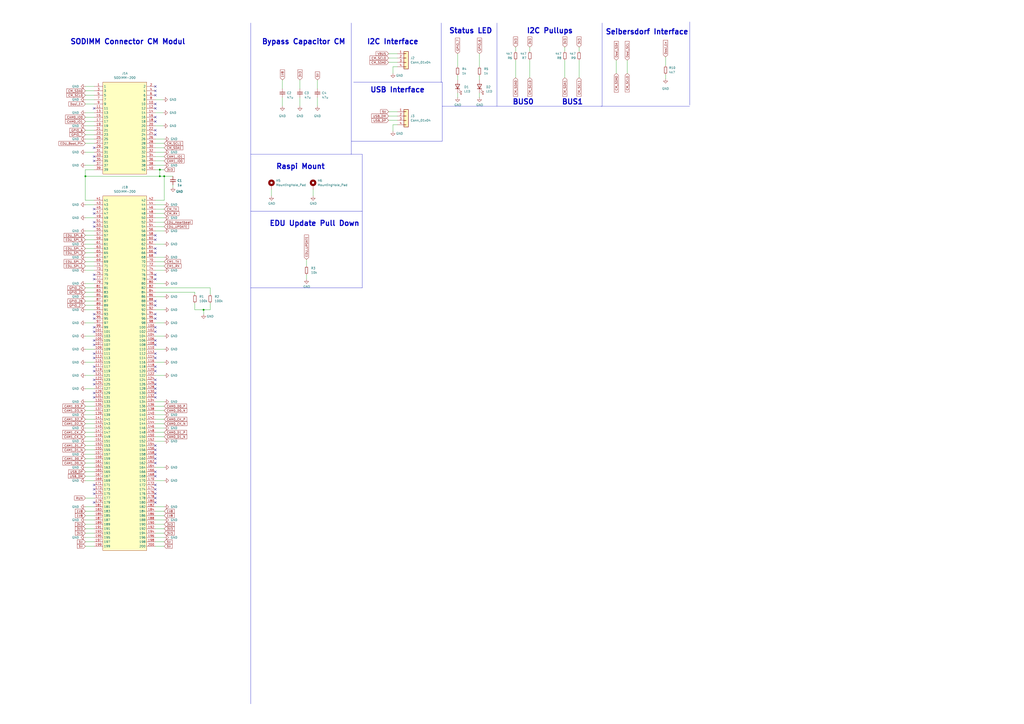
<source format=kicad_sch>
(kicad_sch (version 20230121) (generator eeschema)
  (paper "A2")
  (junction (at 95.25 102.235))
  (junction (at 118.11 179.705))
  (junction (at 92.71 102.235))
  (junction (at 49.53 102.235))
  (junction (at 92.71 98.425))
  (no_connect (at 90.17 263.525))
  (no_connect (at 90.17 174.625))
  (no_connect (at 54.61 123.825))
  (no_connect (at 90.17 258.445))
  (no_connect (at 90.17 70.485))
  (no_connect (at 90.17 266.065))
  (no_connect (at 90.17 260.985))
  (no_connect (at 90.17 192.405))
  (no_connect (at 90.17 52.705))
  (no_connect (at 54.61 205.105))
  (no_connect (at 90.17 207.645))
  (no_connect (at 90.17 159.385))
  (no_connect (at 90.17 281.305))
  (no_connect (at 90.17 184.785))
  (no_connect (at 90.17 60.325))
  (no_connect (at 90.17 230.505))
  (no_connect (at 54.61 212.725))
  (no_connect (at 54.61 197.485))
  (no_connect (at 90.17 50.165))
  (no_connect (at 54.61 184.785))
  (no_connect (at 54.61 200.025))
  (no_connect (at 90.17 75.565))
  (no_connect (at 90.17 189.865))
  (no_connect (at 90.17 283.845))
  (no_connect (at 90.17 200.025))
  (no_connect (at 90.17 227.965))
  (no_connect (at 90.17 212.725))
  (no_connect (at 90.17 67.945))
  (no_connect (at 54.61 182.245))
  (no_connect (at 90.17 288.925))
  (no_connect (at 90.17 286.385))
  (no_connect (at 90.17 215.265))
  (no_connect (at 54.61 62.865))
  (no_connect (at 90.17 136.525))
  (no_connect (at 54.61 93.345))
  (no_connect (at 90.17 220.345))
  (no_connect (at 90.17 222.885))
  (no_connect (at 90.17 225.425))
  (no_connect (at 90.17 197.485))
  (no_connect (at 90.17 146.685))
  (no_connect (at 54.61 161.925))
  (no_connect (at 90.17 182.245))
  (no_connect (at 90.17 276.225))
  (no_connect (at 90.17 144.145))
  (no_connect (at 90.17 268.605))
  (no_connect (at 54.61 230.505))
  (no_connect (at 54.61 85.725))
  (no_connect (at 54.61 128.905))
  (no_connect (at 90.17 139.065))
  (no_connect (at 54.61 90.805))
  (no_connect (at 90.17 291.465))
  (no_connect (at 54.61 281.305))
  (no_connect (at 90.17 205.105))
  (no_connect (at 54.61 159.385))
  (no_connect (at 54.61 227.965))
  (no_connect (at 54.61 121.285))
  (no_connect (at 90.17 78.105))
  (no_connect (at 90.17 177.165))
  (no_connect (at 54.61 131.445))
  (no_connect (at 90.17 273.685))
  (no_connect (at 54.61 283.845))
  (no_connect (at 54.61 286.385))
  (no_connect (at 90.17 55.245))
  (no_connect (at 54.61 189.865))
  (no_connect (at 54.61 215.265))
  (no_connect (at 54.61 220.345))
  (no_connect (at 54.61 207.645))
  (no_connect (at 90.17 161.925))
  (no_connect (at 54.61 222.885))
  (no_connect (at 54.61 192.405))
  (no_connect (at 54.61 291.465))
  (no_connect (at 90.17 62.865))
  (wire (pts (xy 49.53 50.165) (xy 54.61 50.165)))
  (wire (pts (xy 90.17 167.005) (xy 121.92 167.005)))
  (wire (pts (xy 113.03 179.705) (xy 118.11 179.705)))
  (wire (pts (xy 177.8 159.385) (xy 177.8 161.925)))
  (wire (pts (xy 90.17 118.745) (xy 95.25 118.745)))
  (wire (pts (xy 49.53 136.525) (xy 54.61 136.525)))
  (wire (pts (xy 49.53 243.205) (xy 54.61 243.205)))
  (wire (pts (xy 49.53 301.625) (xy 54.61 301.625)))
  (wire (pts (xy 225.425 33.655) (xy 230.505 33.655)))
  (wire (pts (xy 90.17 151.765) (xy 95.25 151.765)))
  (wire (pts (xy 90.17 202.565) (xy 95.25 202.565)))
  (wire (pts (xy 100.33 108.585) (xy 100.33 107.315)))
  (wire (pts (xy 90.17 248.285) (xy 95.25 248.285)))
  (wire (pts (xy 227.965 38.735) (xy 227.965 42.545)))
  (wire (pts (xy 265.43 43.815) (xy 265.43 46.355)))
  (wire (pts (xy 49.53 55.245) (xy 54.61 55.245)))
  (wire (pts (xy 265.43 31.115) (xy 265.43 38.735)))
  (wire (pts (xy 163.83 56.515) (xy 163.83 61.595)))
  (polyline (pts (xy 145.415 89.535) (xy 203.835 89.535)))
  (wire (pts (xy 90.17 296.545) (xy 95.25 296.545)))
  (wire (pts (xy 49.53 154.305) (xy 54.61 154.305)))
  (wire (pts (xy 90.17 210.185) (xy 95.25 210.185)))
  (wire (pts (xy 49.53 248.285) (xy 54.61 248.285)))
  (wire (pts (xy 49.53 118.745) (xy 54.61 118.745)))
  (polyline (pts (xy 210.185 89.535) (xy 210.185 167.005)))
  (wire (pts (xy 90.17 57.785) (xy 94.615 57.785)))
  (wire (pts (xy 225.425 64.77) (xy 230.505 64.77)))
  (wire (pts (xy 265.43 53.975) (xy 265.43 56.515)))
  (wire (pts (xy 327.66 29.845) (xy 327.66 27.305)))
  (wire (pts (xy 49.53 164.465) (xy 54.61 164.465)))
  (wire (pts (xy 49.53 238.125) (xy 54.61 238.125)))
  (wire (pts (xy 49.53 80.645) (xy 54.61 80.645)))
  (wire (pts (xy 49.53 245.745) (xy 54.61 245.745)))
  (wire (pts (xy 90.17 93.345) (xy 95.25 93.345)))
  (wire (pts (xy 49.53 126.365) (xy 54.61 126.365)))
  (wire (pts (xy 335.915 45.085) (xy 335.915 34.925)))
  (wire (pts (xy 49.53 311.785) (xy 54.61 311.785)))
  (wire (pts (xy 90.17 238.125) (xy 95.25 238.125)))
  (wire (pts (xy 49.53 187.325) (xy 54.61 187.325)))
  (wire (pts (xy 49.53 263.525) (xy 54.61 263.525)))
  (wire (pts (xy 90.17 73.025) (xy 94.615 73.025)))
  (wire (pts (xy 90.17 154.305) (xy 95.25 154.305)))
  (wire (pts (xy 177.8 150.495) (xy 177.8 154.305)))
  (wire (pts (xy 163.83 46.355) (xy 163.83 51.435)))
  (wire (pts (xy 49.53 78.105) (xy 54.61 78.105)))
  (wire (pts (xy 121.92 175.895) (xy 121.92 179.705)))
  (wire (pts (xy 49.53 146.685) (xy 54.61 146.685)))
  (wire (pts (xy 90.17 304.165) (xy 95.25 304.165)))
  (wire (pts (xy 90.17 98.425) (xy 92.71 98.425)))
  (wire (pts (xy 49.53 240.665) (xy 54.61 240.665)))
  (wire (pts (xy 49.53 225.425) (xy 54.61 225.425)))
  (wire (pts (xy 90.17 141.605) (xy 95.25 141.605)))
  (wire (pts (xy 90.17 217.805) (xy 95.25 217.805)))
  (wire (pts (xy 90.17 172.085) (xy 95.25 172.085)))
  (polyline (pts (xy 203.835 13.335) (xy 203.835 89.535)))
  (wire (pts (xy 90.17 255.905) (xy 95.25 255.905)))
  (wire (pts (xy 90.17 309.245) (xy 95.25 309.245)))
  (wire (pts (xy 113.03 169.545) (xy 113.03 170.815)))
  (wire (pts (xy 90.17 233.045) (xy 95.25 233.045)))
  (wire (pts (xy 90.17 314.325) (xy 95.25 314.325)))
  (wire (pts (xy 90.17 235.585) (xy 95.25 235.585)))
  (wire (pts (xy 307.34 29.845) (xy 307.34 27.305)))
  (wire (pts (xy 49.53 156.845) (xy 54.61 156.845)))
  (wire (pts (xy 173.99 46.355) (xy 173.99 51.435)))
  (polyline (pts (xy 256.54 81.915) (xy 203.835 81.915)))
  (polyline (pts (xy 203.835 89.535) (xy 210.185 89.535)))
  (wire (pts (xy 92.71 102.235) (xy 92.71 98.425)))
  (wire (pts (xy 100.33 102.235) (xy 95.25 102.235)))
  (wire (pts (xy 118.11 179.705) (xy 121.92 179.705)))
  (polyline (pts (xy 256.54 61.595) (xy 256.54 81.915)))
  (wire (pts (xy 90.17 169.545) (xy 113.03 169.545)))
  (wire (pts (xy 49.53 75.565) (xy 54.61 75.565)))
  (wire (pts (xy 49.53 306.705) (xy 54.61 306.705)))
  (wire (pts (xy 49.53 174.625) (xy 54.61 174.625)))
  (wire (pts (xy 49.53 260.985) (xy 54.61 260.985)))
  (wire (pts (xy 49.53 255.905) (xy 54.61 255.905)))
  (polyline (pts (xy 210.185 167.005) (xy 145.415 167.005)))
  (wire (pts (xy 49.53 172.085) (xy 54.61 172.085)))
  (wire (pts (xy 90.17 149.225) (xy 95.25 149.225)))
  (wire (pts (xy 49.53 167.005) (xy 54.61 167.005)))
  (wire (pts (xy 307.34 45.085) (xy 307.34 34.925)))
  (wire (pts (xy 49.53 273.685) (xy 54.61 273.685)))
  (wire (pts (xy 90.17 121.285) (xy 95.25 121.285)))
  (wire (pts (xy 90.17 126.365) (xy 95.25 126.365)))
  (wire (pts (xy 49.53 179.705) (xy 54.61 179.705)))
  (wire (pts (xy 49.53 235.585) (xy 54.61 235.585)))
  (polyline (pts (xy 145.415 122.555) (xy 210.185 122.555)))
  (wire (pts (xy 386.08 43.18) (xy 386.08 45.72)))
  (wire (pts (xy 95.25 102.235) (xy 95.25 116.205)))
  (wire (pts (xy 49.53 73.025) (xy 54.61 73.025)))
  (wire (pts (xy 49.53 139.065) (xy 54.61 139.065)))
  (wire (pts (xy 227.965 72.39) (xy 227.965 76.2)))
  (polyline (pts (xy 256.54 61.595) (xy 256.54 47.625)))
  (wire (pts (xy 118.11 179.705) (xy 118.11 182.245)))
  (wire (pts (xy 363.855 42.545) (xy 363.855 34.925)))
  (wire (pts (xy 49.53 309.245) (xy 54.61 309.245)))
  (wire (pts (xy 49.53 60.325) (xy 54.61 60.325)))
  (wire (pts (xy 278.13 31.115) (xy 278.13 38.735)))
  (wire (pts (xy 92.71 98.425) (xy 95.25 98.425)))
  (wire (pts (xy 278.13 53.975) (xy 278.13 56.515)))
  (polyline (pts (xy 400.05 12.7) (xy 400.05 60.96)))
  (wire (pts (xy 90.17 294.005) (xy 95.25 294.005)))
  (wire (pts (xy 49.53 169.545) (xy 54.61 169.545)))
  (wire (pts (xy 49.53 151.765) (xy 54.61 151.765)))
  (polyline (pts (xy 348.615 61.595) (xy 400.05 61.595)))
  (wire (pts (xy 49.53 258.445) (xy 54.61 258.445)))
  (wire (pts (xy 90.17 80.645) (xy 95.25 80.645)))
  (wire (pts (xy 225.425 36.195) (xy 230.505 36.195)))
  (wire (pts (xy 49.53 102.235) (xy 92.71 102.235)))
  (wire (pts (xy 278.13 43.815) (xy 278.13 46.355)))
  (wire (pts (xy 90.17 299.085) (xy 95.25 299.085)))
  (wire (pts (xy 49.53 98.425) (xy 54.61 98.425)))
  (wire (pts (xy 90.17 278.765) (xy 95.25 278.765)))
  (wire (pts (xy 230.505 72.39) (xy 227.965 72.39)))
  (wire (pts (xy 357.505 42.545) (xy 357.505 34.925)))
  (wire (pts (xy 49.53 268.605) (xy 54.61 268.605)))
  (wire (pts (xy 49.53 304.165) (xy 54.61 304.165)))
  (wire (pts (xy 327.66 45.085) (xy 327.66 34.925)))
  (wire (pts (xy 95.25 85.725) (xy 90.17 85.725)))
  (wire (pts (xy 49.53 83.185) (xy 54.61 83.185)))
  (wire (pts (xy 49.53 98.425) (xy 49.53 102.235)))
  (wire (pts (xy 49.53 67.945) (xy 54.61 67.945)))
  (wire (pts (xy 49.53 57.785) (xy 54.61 57.785)))
  (wire (pts (xy 225.425 67.31) (xy 230.505 67.31)))
  (polyline (pts (xy 205.105 47.625) (xy 255.905 47.625)))
  (wire (pts (xy 335.915 29.845) (xy 335.915 27.305)))
  (wire (pts (xy 90.17 187.325) (xy 95.25 187.325)))
  (wire (pts (xy 49.53 278.765) (xy 54.61 278.765)))
  (polyline (pts (xy 288.29 61.595) (xy 349.25 61.595)))
  (wire (pts (xy 49.53 149.225) (xy 54.61 149.225)))
  (wire (pts (xy 90.17 179.705) (xy 95.25 179.705)))
  (polyline (pts (xy 288.29 13.335) (xy 288.29 61.595)))
  (wire (pts (xy 184.15 46.355) (xy 184.15 51.435)))
  (wire (pts (xy 90.17 128.905) (xy 95.25 128.905)))
  (wire (pts (xy 90.17 240.665) (xy 95.25 240.665)))
  (wire (pts (xy 173.99 56.515) (xy 173.99 61.595)))
  (wire (pts (xy 90.17 194.945) (xy 95.25 194.945)))
  (wire (pts (xy 49.53 253.365) (xy 54.61 253.365)))
  (wire (pts (xy 49.53 133.985) (xy 54.61 133.985)))
  (wire (pts (xy 49.53 294.005) (xy 54.61 294.005)))
  (wire (pts (xy 49.53 210.185) (xy 54.61 210.185)))
  (wire (pts (xy 49.53 52.705) (xy 54.61 52.705)))
  (wire (pts (xy 49.53 276.225) (xy 54.61 276.225)))
  (wire (pts (xy 90.17 123.825) (xy 95.25 123.825)))
  (polyline (pts (xy 145.415 13.335) (xy 145.415 408.305)))
  (wire (pts (xy 49.53 194.945) (xy 54.61 194.945)))
  (wire (pts (xy 49.53 70.485) (xy 54.61 70.485)))
  (wire (pts (xy 49.53 250.825) (xy 54.61 250.825)))
  (wire (pts (xy 113.03 175.895) (xy 113.03 179.705)))
  (wire (pts (xy 95.25 83.185) (xy 90.17 83.185)))
  (wire (pts (xy 49.53 88.265) (xy 54.61 88.265)))
  (wire (pts (xy 49.53 271.145) (xy 54.61 271.145)))
  (wire (pts (xy 90.17 271.145) (xy 95.25 271.145)))
  (wire (pts (xy 49.53 288.925) (xy 54.61 288.925)))
  (wire (pts (xy 49.53 177.165) (xy 54.61 177.165)))
  (wire (pts (xy 49.53 217.805) (xy 54.61 217.805)))
  (wire (pts (xy 181.61 113.665) (xy 181.61 109.855)))
  (wire (pts (xy 90.17 156.845) (xy 95.25 156.845)))
  (wire (pts (xy 49.53 102.235) (xy 49.53 116.205)))
  (wire (pts (xy 90.17 90.805) (xy 95.25 90.805)))
  (wire (pts (xy 184.15 56.515) (xy 184.15 61.595)))
  (wire (pts (xy 121.92 167.005) (xy 121.92 170.815)))
  (wire (pts (xy 90.17 116.205) (xy 95.25 116.205)))
  (wire (pts (xy 49.53 202.565) (xy 54.61 202.565)))
  (wire (pts (xy 386.08 33.02) (xy 386.08 38.1)))
  (wire (pts (xy 90.17 131.445) (xy 95.25 131.445)))
  (wire (pts (xy 225.425 69.85) (xy 230.505 69.85)))
  (wire (pts (xy 90.17 164.465) (xy 95.25 164.465)))
  (wire (pts (xy 90.17 245.745) (xy 95.25 245.745)))
  (wire (pts (xy 49.53 95.885) (xy 54.61 95.885)))
  (wire (pts (xy 49.53 233.045) (xy 54.61 233.045)))
  (wire (pts (xy 90.17 306.705) (xy 95.25 306.705)))
  (wire (pts (xy 49.53 141.605) (xy 54.61 141.605)))
  (wire (pts (xy 95.25 102.235) (xy 92.71 102.235)))
  (wire (pts (xy 157.48 113.665) (xy 157.48 109.855)))
  (wire (pts (xy 90.17 88.265) (xy 95.25 88.265)))
  (polyline (pts (xy 256.54 47.625) (xy 255.905 47.625)))
  (wire (pts (xy 299.085 29.845) (xy 299.085 27.305)))
  (wire (pts (xy 225.425 31.115) (xy 230.505 31.115)))
  (polyline (pts (xy 256.54 61.595) (xy 288.29 61.595)))
  (wire (pts (xy 90.17 65.405) (xy 94.615 65.405)))
  (wire (pts (xy 49.53 316.865) (xy 54.61 316.865)))
  (wire (pts (xy 299.085 45.085) (xy 299.085 34.925)))
  (wire (pts (xy 90.17 243.205) (xy 95.25 243.205)))
  (wire (pts (xy 90.17 311.785) (xy 95.25 311.785)))
  (wire (pts (xy 90.17 250.825) (xy 95.25 250.825)))
  (wire (pts (xy 49.53 116.205) (xy 54.61 116.205)))
  (wire (pts (xy 49.53 266.065) (xy 54.61 266.065)))
  (wire (pts (xy 49.53 296.545) (xy 54.61 296.545)))
  (wire (pts (xy 90.17 253.365) (xy 95.25 253.365)))
  (wire (pts (xy 90.17 133.985) (xy 95.25 133.985)))
  (wire (pts (xy 49.53 65.405) (xy 54.61 65.405)))
  (wire (pts (xy 90.17 95.885) (xy 95.25 95.885)))
  (wire (pts (xy 90.17 301.625) (xy 95.25 301.625)))
  (wire (pts (xy 90.17 316.865) (xy 95.25 316.865)))
  (wire (pts (xy 230.505 38.735) (xy 227.965 38.735)))
  (wire (pts (xy 49.53 144.145) (xy 54.61 144.145)))
  (polyline (pts (xy 349.25 13.335) (xy 349.25 61.595)))
  (polyline (pts (xy 255.905 47.625) (xy 255.905 13.335)))
  (wire (pts (xy 49.53 299.085) (xy 54.61 299.085)))
  (wire (pts (xy 49.53 314.325) (xy 54.61 314.325)))
  (text "SODIMM Connector CM Modul\n" (at 40.64 26.035 0) (effects (font (size 3 3) (thickness 0.6) bold) (justify left bottom)))
  (text "EDU Update Pull Down" (at 156.21 131.445 0) (effects (font (size 3 3) (thickness 0.6) bold) (justify left bottom)))
  (text "Seibersdorf Interface" (at 351.155 20.32 0) (effects (font (size 3 3) (thickness 0.6) bold) (justify left bottom)))
  (text "BUS0" (at 297.18 60.96 0) (effects (font (size 3 3) (thickness 0.6) bold) (justify left bottom)))
  (text "Status LED" (at 260.35 19.685 0) (effects (font (size 3 3) (thickness 0.6) bold) (justify left bottom)))
  (text "USB Interface\n" (at 214.63 53.975 0) (effects (font (size 3 3) (thickness 0.6) bold) (justify left bottom)))
  (text "Raspi Mount" (at 160.02 98.425 0) (effects (font (size 3 3) (thickness 0.6) bold) (justify left bottom)))
  (text "BUS1" (at 325.755 60.96 0) (effects (font (size 3 3) (thickness 0.6) bold) (justify left bottom)))
  (text "I2C Pullups" (at 305.435 19.685 0) (effects (font (size 3 3) (thickness 0.6) bold) (justify left bottom)))
  (text "Bypass Capacitor CM" (at 151.765 26.035 0) (effects (font (size 3 3) (thickness 0.6) bold) (justify left bottom)))
  (text "I2C Interface\n" (at 212.725 26.035 0) (effects (font (size 3 3) (thickness 0.6) bold) (justify left bottom)))
  (global_label "EDU_SPI_4" (shape input) (at 49.53 144.145 180) (property "Intersheetrefs" "${INTERSHEET_REFS}" (effects hide)))
  (global_label "1V8" (shape input) (at 163.83 46.355 90) (property "Intersheetrefs" "${INTERSHEET_REFS}" (effects hide)))
  (global_label "CM1_RX" (shape input) (at 95.25 154.305 0) (property "Intersheetrefs" "${INTERSHEET_REFS}" (effects hide)))
  (global_label "EDU_UPDATE" (shape input) (at 177.8 150.495 90) (property "Intersheetrefs" "${INTERSHEET_REFS}" (effects hide)))
  (global_label "CM_SDA1" (shape input) (at 95.25 85.725 0) (property "Intersheetrefs" "${INTERSHEET_REFS}" (effects hide)))
  (global_label "5V" (shape input) (at 49.53 314.325 180) (property "Intersheetrefs" "${INTERSHEET_REFS}" (effects hide)))
  (global_label "1V8" (shape input) (at 49.53 299.085 180) (property "Intersheetrefs" "${INTERSHEET_REFS}" (effects hide)))
  (global_label "EDU_Boot_Pin" (shape input) (at 49.53 83.185 180) (property "Intersheetrefs" "${INTERSHEET_REFS}" (effects hide)))
  (global_label "1V8" (shape input) (at 95.25 299.085 0) (property "Intersheetrefs" "${INTERSHEET_REFS}" (effects hide)))
  (global_label "Dosi_SCL" (shape input) (at 363.855 34.925 90) (property "Intersheetrefs" "${INTERSHEET_REFS}" (effects hide)))
  (global_label "CAM1_D0_P" (shape input) (at 49.53 266.065 180) (property "Intersheetrefs" "${INTERSHEET_REFS}" (effects hide)))
  (global_label "CAM1_D1_N" (shape input) (at 49.53 260.985 180) (property "Intersheetrefs" "${INTERSHEET_REFS}" (effects hide)))
  (global_label "GPIO_6" (shape input) (at 278.13 31.115 90) (property "Intersheetrefs" "${INTERSHEET_REFS}" (effects hide)))
  (global_label "CAM1_CK_P" (shape input) (at 49.53 250.825 180) (property "Intersheetrefs" "${INTERSHEET_REFS}" (effects hide)))
  (global_label "5V" (shape input) (at 225.425 64.77 180) (property "Intersheetrefs" "${INTERSHEET_REFS}" (effects hide)))
  (global_label "CM_SDA0" (shape input) (at 49.53 52.705 180) (property "Intersheetrefs" "${INTERSHEET_REFS}" (effects hide)))
  (global_label "CAM0_D0_P" (shape input) (at 95.25 235.585 0) (property "Intersheetrefs" "${INTERSHEET_REFS}" (effects hide)))
  (global_label "CAM1_D3_N" (shape input) (at 49.53 238.125 180) (property "Intersheetrefs" "${INTERSHEET_REFS}" (effects hide)))
  (global_label "3V3" (shape input) (at 49.53 304.165 180) (property "Intersheetrefs" "${INTERSHEET_REFS}" (effects hide)))
  (global_label "CM_SCL0" (shape input) (at 363.855 42.545 270) (property "Intersheetrefs" "${INTERSHEET_REFS}" (effects hide)))
  (global_label "Dosi_SDA" (shape input) (at 357.505 34.925 90) (property "Intersheetrefs" "${INTERSHEET_REFS}" (effects hide)))
  (global_label "1V8" (shape input) (at 95.25 296.545 0) (property "Intersheetrefs" "${INTERSHEET_REFS}" (effects hide)))
  (global_label "CM1_TX" (shape input) (at 95.25 151.765 0) (property "Intersheetrefs" "${INTERSHEET_REFS}" (effects hide)))
  (global_label "EDU_SPI_6" (shape input) (at 49.53 136.525 180) (property "Intersheetrefs" "${INTERSHEET_REFS}" (effects hide)))
  (global_label "GPIO_25" (shape input) (at 49.53 169.545 180) (property "Intersheetrefs" "${INTERSHEET_REFS}" (effects hide)))
  (global_label "3V3" (shape input) (at 95.25 309.245 0) (property "Intersheetrefs" "${INTERSHEET_REFS}" (effects hide)))
  (global_label "GPIO_24" (shape input) (at 49.53 167.005 180) (property "Intersheetrefs" "${INTERSHEET_REFS}" (effects hide)))
  (global_label "CM_SCL0" (shape input) (at 49.53 55.245 180) (property "Intersheetrefs" "${INTERSHEET_REFS}" (effects hide)))
  (global_label "CM_SDA0" (shape input) (at 357.505 42.545 270) (property "Intersheetrefs" "${INTERSHEET_REFS}" (effects hide)))
  (global_label "USB_DP" (shape input) (at 225.425 69.85 180) (property "Intersheetrefs" "${INTERSHEET_REFS}" (effects hide)))
  (global_label "CAM0_IO0" (shape input) (at 49.53 67.945 180) (property "Intersheetrefs" "${INTERSHEET_REFS}" (effects hide)))
  (global_label "CM_SCL0" (shape input) (at 307.34 45.085 270) (property "Intersheetrefs" "${INTERSHEET_REFS}" (effects hide)))
  (global_label "USB_DM" (shape input) (at 225.425 67.31 180) (property "Intersheetrefs" "${INTERSHEET_REFS}" (effects hide)))
  (global_label "5V" (shape input) (at 95.25 316.865 0) (property "Intersheetrefs" "${INTERSHEET_REFS}" (effects hide)))
  (global_label "GPIO_7" (shape input) (at 265.43 31.115 90) (property "Intersheetrefs" "${INTERSHEET_REFS}" (effects hide)))
  (global_label "CAM0_IO1" (shape input) (at 49.53 70.485 180) (property "Intersheetrefs" "${INTERSHEET_REFS}" (effects hide)))
  (global_label "GPIO_6" (shape input) (at 49.53 75.565 180) (property "Intersheetrefs" "${INTERSHEET_REFS}" (effects hide)))
  (global_label "USB_DP" (shape input) (at 49.53 273.685 180) (property "Intersheetrefs" "${INTERSHEET_REFS}" (effects hide)))
  (global_label "CAM0_D1_N" (shape input) (at 95.25 253.365 0) (property "Intersheetrefs" "${INTERSHEET_REFS}" (effects hide)))
  (global_label "EDU_Heartbeat" (shape input) (at 95.25 128.905 0) (property "Intersheetrefs" "${INTERSHEET_REFS}" (effects hide)))
  (global_label "5V" (shape input) (at 49.53 316.865 180) (property "Intersheetrefs" "${INTERSHEET_REFS}" (effects hide)))
  (global_label "3V3" (shape input) (at 49.53 309.245 180) (property "Intersheetrefs" "${INTERSHEET_REFS}" (effects hide)))
  (global_label "3V3" (shape input) (at 307.34 27.305 90) (property "Intersheetrefs" "${INTERSHEET_REFS}" (effects hide)))
  (global_label "CAM1_D1_P" (shape input) (at 49.53 258.445 180) (property "Intersheetrefs" "${INTERSHEET_REFS}" (effects hide)))
  (global_label "EDU_UPDATE" (shape input) (at 95.25 131.445 0) (property "Intersheetrefs" "${INTERSHEET_REFS}" (effects hide)))
  (global_label "Dosi_En" (shape input) (at 49.53 60.325 180) (property "Intersheetrefs" "${INTERSHEET_REFS}" (effects hide)))
  (global_label "CAM1_D2_P" (shape input) (at 49.53 243.205 180) (property "Intersheetrefs" "${INTERSHEET_REFS}" (effects hide)))
  (global_label "CAM1_CK_N" (shape input) (at 49.53 253.365 180) (property "Intersheetrefs" "${INTERSHEET_REFS}" (effects hide)))
  (global_label "CM_SDA0" (shape input) (at 225.425 36.195 180) (property "Intersheetrefs" "${INTERSHEET_REFS}" (effects hide)))
  (global_label "5V" (shape input) (at 95.25 314.325 0) (property "Intersheetrefs" "${INTERSHEET_REFS}" (effects hide)))
  (global_label "CAM1_D3_P" (shape input) (at 49.53 235.585 180) (property "Intersheetrefs" "${INTERSHEET_REFS}" (effects hide)))
  (global_label "RUN" (shape input) (at 49.53 288.925 180) (property "Intersheetrefs" "${INTERSHEET_REFS}" (effects hide)))
  (global_label "EDU_SPI_5" (shape input) (at 49.53 139.065 180) (property "Intersheetrefs" "${INTERSHEET_REFS}" (effects hide)))
  (global_label "CM_TX" (shape input) (at 95.25 121.285 0) (property "Intersheetrefs" "${INTERSHEET_REFS}" (effects hide)))
  (global_label "CM_SCL1" (shape input) (at 335.915 45.085 270) (property "Intersheetrefs" "${INTERSHEET_REFS}" (effects hide)))
  (global_label "CM_SCL0" (shape input) (at 225.425 33.655 180) (property "Intersheetrefs" "${INTERSHEET_REFS}" (effects hide)))
  (global_label "USB_DM" (shape input) (at 49.53 276.225 180) (property "Intersheetrefs" "${INTERSHEET_REFS}" (effects hide)))
  (global_label "3V3" (shape input) (at 299.085 27.305 90) (property "Intersheetrefs" "${INTERSHEET_REFS}" (effects hide)))
  (global_label "3V3" (shape input) (at 335.915 27.305 90) (property "Intersheetrefs" "${INTERSHEET_REFS}" (effects hide)))
  (global_label "CAM0_CK_P" (shape input) (at 95.25 243.205 0) (property "Intersheetrefs" "${INTERSHEET_REFS}" (effects hide)))
  (global_label "GPIO_7" (shape input) (at 49.53 78.105 180) (property "Intersheetrefs" "${INTERSHEET_REFS}" (effects hide)))
  (global_label "EDU_SPI_3" (shape input) (at 49.53 146.685 180) (property "Intersheetrefs" "${INTERSHEET_REFS}" (effects hide)))
  (global_label "5V" (shape input) (at 184.15 46.355 90) (property "Intersheetrefs" "${INTERSHEET_REFS}" (effects hide)))
  (global_label "VBUS" (shape input) (at 225.425 31.115 180) (property "Intersheetrefs" "${INTERSHEET_REFS}" (effects hide)))
  (global_label "3V3" (shape input) (at 327.66 27.305 90) (property "Intersheetrefs" "${INTERSHEET_REFS}" (effects hide)))
  (global_label "3V3" (shape input) (at 49.53 306.705 180) (property "Intersheetrefs" "${INTERSHEET_REFS}" (effects hide)))
  (global_label "CAM1_D2_N" (shape input) (at 49.53 245.745 180) (property "Intersheetrefs" "${INTERSHEET_REFS}" (effects hide)))
  (global_label "CM_SDA0" (shape input) (at 299.085 45.085 270) (property "Intersheetrefs" "${INTERSHEET_REFS}" (effects hide)))
  (global_label "CM_RX" (shape input) (at 95.25 123.825 0) (property "Intersheetrefs" "${INTERSHEET_REFS}" (effects hide)))
  (global_label "CAM1_IO1" (shape input) (at 95.25 90.805 0) (property "Intersheetrefs" "${INTERSHEET_REFS}" (effects hide)))
  (global_label "CAM0_CK_N" (shape input) (at 95.25 245.745 0) (property "Intersheetrefs" "${INTERSHEET_REFS}" (effects hide)))
  (global_label "3V3" (shape input) (at 173.99 46.355 90) (property "Intersheetrefs" "${INTERSHEET_REFS}" (effects hide)))
  (global_label "CAM0_D0_N" (shape input) (at 95.25 238.125 0) (property "Intersheetrefs" "${INTERSHEET_REFS}" (effects hide)))
  (global_label "CM_SDA1" (shape input) (at 327.66 45.085 270) (property "Intersheetrefs" "${INTERSHEET_REFS}" (effects hide)))
  (global_label "3V3" (shape input) (at 95.25 306.705 0) (property "Intersheetrefs" "${INTERSHEET_REFS}" (effects hide)))
  (global_label "3V3" (shape input) (at 95.25 304.165 0) (property "Intersheetrefs" "${INTERSHEET_REFS}" (effects hide)))
  (global_label "CAM0_D1_P" (shape input) (at 95.25 250.825 0) (property "Intersheetrefs" "${INTERSHEET_REFS}" (effects hide)))
  (global_label "CM_SCL1" (shape input) (at 95.25 83.185 0) (property "Intersheetrefs" "${INTERSHEET_REFS}" (effects hide)))
  (global_label "3V3" (shape input) (at 95.25 98.425 0) (property "Intersheetrefs" "${INTERSHEET_REFS}" (effects hide)))
  (global_label "EDU_SPI_2" (shape input) (at 49.53 151.765 180) (property "Intersheetrefs" "${INTERSHEET_REFS}" (effects hide)))
  (global_label "Dosi_En" (shape input) (at 386.08 33.02 90) (property "Intersheetrefs" "${INTERSHEET_REFS}" (effects hide)))
  (global_label "CAM1_IO0" (shape input) (at 95.25 93.345 0) (property "Intersheetrefs" "${INTERSHEET_REFS}" (effects hide)))
  (global_label "GPIO_26" (shape input) (at 49.53 174.625 180) (property "Intersheetrefs" "${INTERSHEET_REFS}" (effects hide)))
  (global_label "CAM1_D0_N" (shape input) (at 49.53 268.605 180) (property "Intersheetrefs" "${INTERSHEET_REFS}" (effects hide)))
  (global_label "EDU_SPI_1" (shape input) (at 49.53 154.305 180) (property "Intersheetrefs" "${INTERSHEET_REFS}" (effects hide)))
  (global_label "1V8" (shape input) (at 49.53 296.545 180) (property "Intersheetrefs" "${INTERSHEET_REFS}" (effects hide)))
  (global_label "GPIO_27" (shape input) (at 49.53 177.165 180) (property "Intersheetrefs" "${INTERSHEET_REFS}" (effects hide)))
  (symbol (lib_id "STS1_EDU-rescue:GND-power-STS1_template-rescue") (at 94.615 73.025 90) (unit 1)
    (property "Reference" "#PWR0163" (effects hide))
    (property "Value" "GND" (at 100.33 73.025 90))
  )
  (symbol (lib_id "STS1_EDU-rescue:GND-power-STS1_template-rescue") (at 95.25 141.605 90) (unit 1)
    (property "Reference" "#PWR0180" (effects hide))
    (property "Value" "GND" (at 100.965 141.605 90))
  )
  (symbol (lib_id "STS1_EDU-rescue:GND-power-STS1_template-rescue") (at 49.53 255.905 270) (unit 1)
    (property "Reference" "#PWR0127" (effects hide))
    (property "Value" "GND" (at 43.815 255.905 90))
  )
  (symbol (lib_id "STS1_EDU-rescue:GND-power-STS1_template-rescue") (at 49.53 65.405 270) (unit 1)
    (property "Reference" "#PWR0171" (effects hide))
    (property "Value" "GND" (at 43.815 65.405 90))
  )
  (symbol (lib_id "Connector:SODIMM-200") (at 72.39 73.025 0) (unit 1)
    (property "Reference" "J1" (at 72.39 42.545 0))
    (property "Value" "SODIMM-200" (at 72.39 45.085 0))
    (property "Footprint" "1717254-4:17172544" (effects hide))
  )
  (symbol (lib_id "STS1_EDU-rescue:GND-power-STS1_template-rescue") (at 95.25 278.765 90) (unit 1)
    (property "Reference" "#PWR0145" (effects hide))
    (property "Value" "GND" (at 100.965 278.765 90))
  )
  (symbol (lib_id "Device:LED") (at 278.13 50.165 90) (unit 1)
    (property "Reference" "D2" (at 281.94 50.4824 90) (effects (justify right)))
    (property "Value" "LED" (at 281.94 53.0224 90) (effects (justify right)))
    (property "Footprint" "LED_SMD:LED_0603_1608Metric_Pad1.05x0.95mm_HandSolder" (effects hide))
  )
  (symbol (lib_id "STS1_EDU-rescue:GND-power-STS1_template-rescue") (at 49.53 149.225 270) (unit 1)
    (property "Reference" "#PWR0189" (effects hide))
    (property "Value" "GND" (at 43.815 149.225 90))
  )
  (symbol (lib_id "STS1_EDU-rescue:GND-power-STS1_template-rescue") (at 49.53 263.525 270) (unit 1)
    (property "Reference" "#PWR0134" (effects hide))
    (property "Value" "GND" (at 43.815 263.525 90))
  )
  (symbol (lib_id "Connector_Generic:Conn_01x04") (at 235.585 33.655 0) (unit 1)
    (property "Reference" "J2" (at 238.125 33.6549 0) (effects (justify left)))
    (property "Value" "Conn_01x04" (at 238.125 36.1949 0) (effects (justify left)))
    (property "Footprint" "Connector_PinHeader_2.54mm:PinHeader_1x04_P2.54mm_Vertical" (effects hide))
  )
  (symbol (lib_id "STS1_EDU-rescue:GND-power-STS1_template-rescue") (at 49.53 179.705 270) (unit 1)
    (property "Reference" "#PWR0123" (effects hide))
    (property "Value" "GND" (at 43.815 179.705 90))
  )
  (symbol (lib_id "STS1_EDU-rescue:GND-power-STS1_template-rescue") (at 95.25 118.745 90) (unit 1)
    (property "Reference" "#PWR0152" (effects hide))
    (property "Value" "GND" (at 100.965 118.745 90))
  )
  (symbol (lib_id "STS1_EDU-rescue:GND-power-STS1_template-rescue") (at 49.53 88.265 270) (unit 1)
    (property "Reference" "#PWR0173" (effects hide))
    (property "Value" "GND" (at 43.815 88.265 90))
  )
  (symbol (lib_id "STS1_EDU-rescue:GND-power-STS1_template-rescue") (at 49.53 271.145 270) (unit 1)
    (property "Reference" "#PWR0135" (effects hide))
    (property "Value" "GND" (at 43.815 271.145 90))
  )
  (symbol (lib_id "STS1_EDU-rescue:GND-power-STS1_template-rescue") (at 49.53 210.185 270) (unit 1)
    (property "Reference" "#PWR0131" (effects hide))
    (property "Value" "GND" (at 43.815 210.185 90))
  )
  (symbol (lib_id "STS1_EDU-rescue:GND-power-STS1_template-rescue") (at 95.25 255.905 90) (unit 1)
    (property "Reference" "#PWR0139" (effects hide))
    (property "Value" "GND" (at 100.965 255.905 90))
  )
  (symbol (lib_id "Device:R_Small") (at 335.915 32.385 180) (unit 1)
    (property "Reference" "R9" (at 334.01 33.6551 0) (effects (justify left)))
    (property "Value" "4k7" (at 334.01 31.1151 0) (effects (justify left)))
    (property "Footprint" "Resistor_SMD:R_0603_1608Metric_Pad0.98x0.95mm_HandSolder" (effects hide))
  )
  (symbol (lib_id "STS1_EDU-rescue:GND-power-STS1_template-rescue") (at 95.25 210.185 90) (unit 1)
    (property "Reference" "#PWR0151" (effects hide))
    (property "Value" "GND" (at 100.965 210.185 90))
  )
  (symbol (lib_id "STS1_EDU-rescue:GND-power-STS1_template-rescue") (at 94.615 65.405 90) (unit 1)
    (property "Reference" "#PWR0164" (effects hide))
    (property "Value" "GND" (at 100.33 65.405 90))
  )
  (symbol (lib_id "STS1_EDU-rescue:GND-power-STS1_template-rescue") (at 49.53 57.785 270) (unit 1)
    (property "Reference" "#PWR0169" (effects hide))
    (property "Value" "GND" (at 43.815 57.785 90))
  )
  (symbol (lib_id "Mechanical:MountingHole_Pad") (at 157.48 107.315 0) (unit 1)
    (property "Reference" "H5" (at 160.02 104.7749 0) (effects (justify left)))
    (property "Value" "MountingHole_Pad" (at 160.02 107.3149 0) (effects (justify left)))
    (property "Footprint" "MountingHole:MountingHole_2.2mm_M2_Pad_Via" (effects hide))
  )
  (symbol (lib_id "STS1_EDU-rescue:GND-power-STS1_template-rescue") (at 95.25 233.045 90) (unit 1)
    (property "Reference" "#PWR0149" (effects hide))
    (property "Value" "GND" (at 100.965 233.045 90))
  )
  (symbol (lib_id "STS1_EDU-rescue:GND-power-STS1_template-rescue") (at 49.53 141.605 270) (unit 1)
    (property "Reference" "#PWR0190" (effects hide))
    (property "Value" "GND" (at 43.815 141.605 90))
  )
  (symbol (lib_id "STS1_EDU-rescue:GND-power-STS1_template-rescue") (at 118.11 182.245 0) (unit 1)
    (property "Reference" "#PWR0150" (effects hide))
    (property "Value" "GND" (at 121.92 183.515 0))
  )
  (symbol (lib_id "STS1_EDU-rescue:GND-power-STS1_template-rescue") (at 184.15 61.595 0) (unit 1)
    (property "Reference" "#PWR0160" (effects hide))
    (property "Value" "GND" (at 184.15 67.31 0))
  )
  (symbol (lib_id "Mechanical:MountingHole_Pad") (at 181.61 107.315 0) (unit 1)
    (property "Reference" "H6" (at 184.15 104.7749 0) (effects (justify left)))
    (property "Value" "MountingHole_Pad" (at 184.15 107.3149 0) (effects (justify left)))
    (property "Footprint" "MountingHole:MountingHole_2.2mm_M2_Pad_Via" (effects hide))
  )
  (symbol (lib_id "STS1_EDU-rescue:GND-power-STS1_template-rescue") (at 177.8 161.925 0) (unit 1)
    (property "Reference" "#PWR0179" (effects hide))
    (property "Value" "~" (at 177.927 166.3192 0))
  )
  (symbol (lib_id "STS1_EDU-rescue:GND-power-STS1_template-rescue") (at 49.53 294.005 270) (unit 1)
    (property "Reference" "#PWR0136" (effects hide))
    (property "Value" "GND" (at 43.815 294.005 90))
  )
  (symbol (lib_id "STS1_EDU-rescue:GND-power-STS1_template-rescue") (at 95.25 95.885 90) (unit 1)
    (property "Reference" "#PWR0166" (effects hide))
    (property "Value" "GND" (at 100.965 95.885 90))
  )
  (symbol (lib_id "STS1_EDU-rescue:GND-power-STS1_template-rescue") (at 157.48 113.665 0) (unit 1)
    (property "Reference" "#PWR0154" (effects hide))
    (property "Value" "GND" (at 157.607 118.0592 0))
  )
  (symbol (lib_id "Device:R_Small") (at 265.43 41.275 0) (unit 1)
    (property "Reference" "R4" (at 267.97 40.0049 0) (effects (justify left)))
    (property "Value" "1k" (at 267.97 42.5449 0) (effects (justify left)))
    (property "Footprint" "Resistor_SMD:R_0603_1608Metric_Pad0.98x0.95mm_HandSolder" (effects hide))
  )
  (symbol (lib_id "STS1_EDU-rescue:GND-power-STS1_template-rescue") (at 49.53 156.845 270) (unit 1)
    (property "Reference" "#PWR0187" (effects hide))
    (property "Value" "GND" (at 43.815 156.845 90))
  )
  (symbol (lib_id "STS1_EDU-rescue:GND-power-STS1_template-rescue") (at 95.25 149.225 90) (unit 1)
    (property "Reference" "#PWR0188" (effects hide))
    (property "Value" "GND" (at 100.965 149.225 90))
  )
  (symbol (lib_id "STS1_EDU-rescue:GND-power-STS1_template-rescue") (at 100.33 108.585 0) (unit 1)
    (property "Reference" "#PWR0153" (effects hide))
    (property "Value" "GND" (at 104.14 111.125 0))
  )
  (symbol (lib_id "STS1_EDU-rescue:GND-power-STS1_template-rescue") (at 49.53 202.565 270) (unit 1)
    (property "Reference" "#PWR0117" (effects hide))
    (property "Value" "GND" (at 43.815 202.565 90))
  )
  (symbol (lib_id "STS1_EDU-rescue:GND-power-STS1_template-rescue") (at 278.13 56.515 0) (unit 1)
    (property "Reference" "#PWR0156" (effects hide))
    (property "Value" "~" (at 278.257 60.9092 0))
  )
  (symbol (lib_id "Device:R_Small") (at 327.66 32.385 180) (unit 1)
    (property "Reference" "R8" (at 325.755 33.6551 0) (effects (justify left)))
    (property "Value" "4k7" (at 325.755 31.1151 0) (effects (justify left)))
    (property "Footprint" "Resistor_SMD:R_0603_1608Metric_Pad0.98x0.95mm_HandSolder" (effects hide))
  )
  (symbol (lib_id "STS1_EDU-rescue:GND-power-STS1_template-rescue") (at 49.53 248.285 270) (unit 1)
    (property "Reference" "#PWR0128" (effects hide))
    (property "Value" "GND" (at 43.815 248.285 90))
  )
  (symbol (lib_id "STS1_EDU-rescue:GND-power-STS1_template-rescue") (at 95.25 248.285 90) (unit 1)
    (property "Reference" "#PWR0140" (effects hide))
    (property "Value" "GND" (at 100.965 248.285 90))
  )
  (symbol (lib_id "Device:R_Small") (at 121.92 173.355 0) (unit 1)
    (property "Reference" "R2" (at 124.46 172.0849 0) (effects (justify left)))
    (property "Value" "100k" (at 124.46 174.6249 0) (effects (justify left)))
    (property "Footprint" "Resistor_SMD:R_0603_1608Metric_Pad0.98x0.95mm_HandSolder" (effects hide))
  )
  (symbol (lib_id "STS1_EDU-rescue:GND-power-STS1_template-rescue") (at 95.25 217.805 90) (unit 1)
    (property "Reference" "#PWR0148" (effects hide))
    (property "Value" "GND" (at 100.965 217.805 90))
  )
  (symbol (lib_id "STS1_EDU-rescue:GND-power-STS1_template-rescue") (at 95.25 179.705 90) (unit 1)
    (property "Reference" "#PWR0115" (effects hide))
    (property "Value" "GND" (at 100.965 179.705 90))
  )
  (symbol (lib_id "STS1_EDU-rescue:GND-power-STS1_template-rescue") (at 95.25 311.785 90) (unit 1)
    (property "Reference" "#PWR0143" (effects hide))
    (property "Value" "GND" (at 100.965 311.785 90))
  )
  (symbol (lib_id "STS1_EDU-rescue:GND-power-STS1_template-rescue") (at 95.25 172.085 90) (unit 1)
    (property "Reference" "#PWR0119" (effects hide))
    (property "Value" "GND" (at 100.965 172.085 90))
  )
  (symbol (lib_id "STS1_EDU-rescue:GND-power-STS1_template-rescue") (at 95.25 187.325 90) (unit 1)
    (property "Reference" "#PWR0121" (effects hide))
    (property "Value" "GND" (at 100.965 187.325 90))
  )
  (symbol (lib_id "STS1_EDU-rescue:GND-power-STS1_template-rescue") (at 49.53 126.365 270) (unit 1)
    (property "Reference" "#PWR0183" (effects hide))
    (property "Value" "GND" (at 43.815 126.365 90))
  )
  (symbol (lib_id "STS1_EDU-rescue:GND-power-STS1_template-rescue") (at 49.53 50.165 270) (unit 1)
    (property "Reference" "#PWR0170" (effects hide))
    (property "Value" "GND" (at 43.815 50.165 90))
  )
  (symbol (lib_id "Device:R_Small") (at 386.08 40.64 0) (unit 1)
    (property "Reference" "R10" (at 387.985 39.3699 0) (effects (justify left)))
    (property "Value" "4k7" (at 387.985 41.9099 0) (effects (justify left)))
    (property "Footprint" "Resistor_SMD:R_0603_1608Metric_Pad0.98x0.95mm_HandSolder" (effects hide))
  )
  (symbol (lib_id "Device:C_Small") (at 100.33 104.775 0) (unit 1)
    (property "Reference" "C1" (at 102.87 104.775 0) (effects (justify left)))
    (property "Value" "1u" (at 102.87 107.315 0) (effects (justify left)))
    (property "Footprint" "Capacitor_SMD:C_0603_1608Metric_Pad1.08x0.95mm_HandSolder" (effects hide))
  )
  (symbol (lib_id "Connector_Generic:Conn_01x04") (at 235.585 67.31 0) (unit 1)
    (property "Reference" "J3" (at 238.125 67.3099 0) (effects (justify left)))
    (property "Value" "Conn_01x04" (at 238.125 69.8499 0) (effects (justify left)))
    (property "Footprint" "Connector_PinHeader_2.54mm:PinHeader_1x04_P2.54mm_Vertical" (effects hide))
  )
  (symbol (lib_id "STS1_EDU-rescue:GND-power-STS1_template-rescue") (at 95.25 88.265 90) (unit 1)
    (property "Reference" "#PWR0167" (effects hide))
    (property "Value" "GND" (at 100.965 88.265 90))
  )
  (symbol (lib_id "STS1_EDU-rescue:GND-power-STS1_template-rescue") (at 95.25 294.005 90) (unit 1)
    (property "Reference" "#PWR0144" (effects hide))
    (property "Value" "GND" (at 100.965 294.005 90))
  )
  (symbol (lib_id "STS1_EDU-rescue:GND-power-STS1_template-rescue") (at 95.25 271.145 90) (unit 1)
    (property "Reference" "#PWR0146" (effects hide))
    (property "Value" "GND" (at 100.965 271.145 90))
  )
  (symbol (lib_id "STS1_EDU-rescue:GND-power-STS1_template-rescue") (at 49.53 278.765 270) (unit 1)
    (property "Reference" "#PWR0142" (effects hide))
    (property "Value" "GND" (at 43.815 278.765 90))
  )
  (symbol (lib_id "Connector:SODIMM-200") (at 72.39 215.265 0) (unit 2)
    (property "Reference" "J1" (at 72.39 108.585 0))
    (property "Value" "SODIMM-200" (at 72.39 111.125 0))
    (property "Footprint" "1717254-4:17172544" (effects hide))
  )
  (symbol (lib_id "Device:R_Small") (at 278.13 41.275 0) (unit 1)
    (property "Reference" "R5" (at 280.67 40.0049 0) (effects (justify left)))
    (property "Value" "1k" (at 280.67 42.5449 0) (effects (justify left)))
    (property "Footprint" "Resistor_SMD:R_0603_1608Metric_Pad0.98x0.95mm_HandSolder" (effects hide))
  )
  (symbol (lib_id "STS1_EDU-rescue:GND-power-STS1_template-rescue") (at 95.25 80.645 90) (unit 1)
    (property "Reference" "#PWR0168" (effects hide))
    (property "Value" "GND" (at 100.965 80.645 90))
  )
  (symbol (lib_id "STS1_EDU-rescue:GND-power-STS1_template-rescue") (at 49.53 187.325 270) (unit 1)
    (property "Reference" "#PWR0124" (effects hide))
    (property "Value" "GND" (at 43.815 187.325 90))
  )
  (symbol (lib_id "STS1_EDU-rescue:GND-power-STS1_template-rescue") (at 95.25 301.625 90) (unit 1)
    (property "Reference" "#PWR0147" (effects hide))
    (property "Value" "GND" (at 100.965 301.625 90))
  )
  (symbol (lib_id "STS1_EDU-rescue:GND-power-STS1_template-rescue") (at 95.25 194.945 90) (unit 1)
    (property "Reference" "#PWR0120" (effects hide))
    (property "Value" "GND" (at 100.965 194.945 90))
  )
  (symbol (lib_id "Device:R_Small") (at 299.085 32.385 180) (unit 1)
    (property "Reference" "R6" (at 297.18 33.6551 0) (effects (justify left)))
    (property "Value" "4k7" (at 297.18 31.1151 0) (effects (justify left)))
    (property "Footprint" "Resistor_SMD:R_0603_1608Metric_Pad0.98x0.95mm_HandSolder" (effects hide))
  )
  (symbol (lib_id "STS1_EDU-rescue:GND-power-STS1_template-rescue") (at 163.83 61.595 0) (unit 1)
    (property "Reference" "#PWR0162" (effects hide))
    (property "Value" "GND" (at 163.83 67.31 0))
  )
  (symbol (lib_id "STS1_EDU-rescue:GND-power-STS1_template-rescue") (at 173.99 61.595 0) (unit 1)
    (property "Reference" "#PWR0161" (effects hide))
    (property "Value" "GND" (at 173.99 67.31 0))
  )
  (symbol (lib_id "STS1_EDU-rescue:GND-power-STS1_template-rescue") (at 265.43 56.515 0) (unit 1)
    (property "Reference" "#PWR0155" (effects hide))
    (property "Value" "~" (at 265.557 60.9092 0))
  )
  (symbol (lib_id "STS1_EDU-rescue:GND-power-STS1_template-rescue") (at 49.53 194.945 270) (unit 1)
    (property "Reference" "#PWR0116" (effects hide))
    (property "Value" "GND" (at 43.815 194.945 90))
  )
  (symbol (lib_id "STS1_EDU-rescue:GND-power-STS1_template-rescue") (at 49.53 118.745 270) (unit 1)
    (property "Reference" "#PWR0184" (effects hide))
    (property "Value" "GND" (at 43.815 118.745 90))
  )
  (symbol (lib_id "STS1_EDU-rescue:GND-power-STS1_template-rescue") (at 95.25 240.665 90) (unit 1)
    (property "Reference" "#PWR0141" (effects hide))
    (property "Value" "GND" (at 100.965 240.665 90))
  )
  (symbol (lib_id "STS1_EDU-rescue:GND-power-STS1_template-rescue") (at 227.965 42.545 0) (unit 1)
    (property "Reference" "#PWR0158" (effects hide))
    (property "Value" "GND" (at 231.775 43.815 0))
  )
  (symbol (lib_id "STS1_EDU-rescue:GND-power-STS1_template-rescue") (at 49.53 217.805 270) (unit 1)
    (property "Reference" "#PWR0132" (effects hide))
    (property "Value" "GND" (at 43.815 217.805 90))
  )
  (symbol (lib_id "STS1_EDU-rescue:GND-power-STS1_template-rescue") (at 94.615 57.785 90) (unit 1)
    (property "Reference" "#PWR0165" (effects hide))
    (property "Value" "GND" (at 100.33 57.785 90))
  )
  (symbol (lib_id "STS1_EDU-rescue:GND-power-STS1_template-rescue") (at 49.53 233.045 270) (unit 1)
    (property "Reference" "#PWR0129" (effects hide))
    (property "Value" "GND" (at 43.815 233.045 90))
  )
  (symbol (lib_id "STS1_EDU-rescue:GND-power-STS1_template-rescue") (at 49.53 73.025 270) (unit 1)
    (property "Reference" "#PWR0172" (effects hide))
    (property "Value" "GND" (at 43.815 73.025 90))
  )
  (symbol (lib_id "STS1_EDU-rescue:GND-power-STS1_template-rescue") (at 49.53 95.885 270) (unit 1)
    (property "Reference" "#PWR0174" (effects hide))
    (property "Value" "GND" (at 43.815 95.885 90))
  )
  (symbol (lib_id "Device:R_Small") (at 177.8 156.845 0) (unit 1)
    (property "Reference" "R3" (at 180.34 155.5749 0) (effects (justify left)))
    (property "Value" "10k" (at 180.34 158.1149 0) (effects (justify left)))
    (property "Footprint" "Resistor_SMD:R_0603_1608Metric_Pad0.98x0.95mm_HandSolder" (effects hide))
  )
  (symbol (lib_id "STS1_EDU-rescue:GND-power-STS1_template-rescue") (at 95.25 156.845 90) (unit 1)
    (property "Reference" "#PWR0192" (effects hide))
    (property "Value" "GND" (at 100.965 156.845 90))
  )
  (symbol (lib_id "Device:C_Small") (at 173.99 53.975 0) (unit 1)
    (property "Reference" "C3" (at 176.53 53.975 0) (effects (justify left)))
    (property "Value" "47u" (at 176.53 56.515 0) (effects (justify left)))
    (property "Footprint" "Capacitor_SMD:C_0603_1608Metric_Pad1.08x0.95mm_HandSolder" (effects hide))
  )
  (symbol (lib_id "STS1_EDU-rescue:GND-power-STS1_template-rescue") (at 95.25 164.465 90) (unit 1)
    (property "Reference" "#PWR0191" (effects hide))
    (property "Value" "GND" (at 100.965 164.465 90))
  )
  (symbol (lib_id "STS1_EDU-rescue:GND-power-STS1_template-rescue") (at 95.25 133.985 90) (unit 1)
    (property "Reference" "#PWR0181" (effects hide))
    (property "Value" "GND" (at 100.965 133.985 90))
  )
  (symbol (lib_id "STS1_EDU-rescue:GND-power-STS1_template-rescue") (at 227.965 76.2 0) (unit 1)
    (property "Reference" "#PWR0177" (effects hide))
    (property "Value" "GND" (at 231.775 77.47 0))
  )
  (symbol (lib_id "Device:C_Small") (at 163.83 53.975 0) (unit 1)
    (property "Reference" "C2" (at 166.37 53.975 0) (effects (justify left)))
    (property "Value" "47u" (at 166.37 56.515 0) (effects (justify left)))
    (property "Footprint" "Capacitor_SMD:C_0603_1608Metric_Pad1.08x0.95mm_HandSolder" (effects hide))
  )
  (symbol (lib_id "STS1_EDU-rescue:GND-power-STS1_template-rescue") (at 49.53 311.785 270) (unit 1)
    (property "Reference" "#PWR0137" (effects hide))
    (property "Value" "GND" (at 43.815 311.785 90))
  )
  (symbol (lib_id "STS1_EDU-rescue:GND-power-STS1_template-rescue") (at 95.25 202.565 90) (unit 1)
    (property "Reference" "#PWR0122" (effects hide))
    (property "Value" "GND" (at 100.965 202.565 90))
  )
  (symbol (lib_id "STS1_EDU-rescue:GND-power-STS1_template-rescue") (at 49.53 301.625 270) (unit 1)
    (property "Reference" "#PWR0138" (effects hide))
    (property "Value" "GND" (at 43.815 301.625 90))
  )
  (symbol (lib_id "STS1_EDU-rescue:GND-power-STS1_template-rescue") (at 49.53 80.645 270) (unit 1)
    (property "Reference" "#PWR0175" (effects hide))
    (property "Value" "GND" (at 43.815 80.645 90))
  )
  (symbol (lib_id "Device:C_Small") (at 184.15 53.975 0) (unit 1)
    (property "Reference" "C4" (at 186.69 53.975 0) (effects (justify left)))
    (property "Value" "47u" (at 186.69 56.515 0) (effects (justify left)))
    (property "Footprint" "Capacitor_SMD:C_0603_1608Metric_Pad1.08x0.95mm_HandSolder" (effects hide))
  )
  (symbol (lib_id "STS1_EDU-rescue:GND-power-STS1_template-rescue") (at 49.53 172.085 270) (unit 1)
    (property "Reference" "#PWR0118" (effects hide))
    (property "Value" "GND" (at 43.815 172.085 90))
  )
  (symbol (lib_id "Device:LED") (at 265.43 50.165 90) (unit 1)
    (property "Reference" "D1" (at 269.24 50.4824 90) (effects (justify right)))
    (property "Value" "LED" (at 269.24 53.0224 90) (effects (justify right)))
    (property "Footprint" "LED_SMD:LED_0603_1608Metric_Pad1.05x0.95mm_HandSolder" (effects hide))
  )
  (symbol (lib_id "STS1_EDU-rescue:GND-power-STS1_template-rescue") (at 95.25 126.365 90) (unit 1)
    (property "Reference" "#PWR0182" (effects hide))
    (property "Value" "GND" (at 100.965 126.365 90))
  )
  (symbol (lib_id "STS1_EDU-rescue:GND-power-STS1_template-rescue") (at 49.53 240.665 270) (unit 1)
    (property "Reference" "#PWR0130" (effects hide))
    (property "Value" "GND" (at 43.815 240.665 90))
  )
  (symbol (lib_id "STS1_EDU-rescue:GND-power-STS1_template-rescue") (at 49.53 164.465 270) (unit 1)
    (property "Reference" "#PWR0186" (effects hide))
    (property "Value" "GND" (at 43.815 164.465 90))
  )
  (symbol (lib_id "STS1_EDU-rescue:GND-power-STS1_template-rescue") (at 386.08 45.72 0) (unit 1)
    (property "Reference" "#PWR0176" (effects hide))
    (property "Value" "GND" (at 386.08 51.435 0))
  )
  (symbol (lib_id "Device:R_Small") (at 113.03 173.355 0) (unit 1)
    (property "Reference" "R1" (at 115.57 172.0849 0) (effects (justify left)))
    (property "Value" "100k" (at 115.57 174.6249 0) (effects (justify left)))
    (property "Footprint" "Resistor_SMD:R_0603_1608Metric_Pad0.98x0.95mm_HandSolder" (effects hide))
  )
  (symbol (lib_id "STS1_EDU-rescue:GND-power-STS1_template-rescue") (at 49.53 133.985 270) (unit 1)
    (property "Reference" "#PWR0185" (effects hide))
    (property "Value" "GND" (at 43.815 133.985 90))
  )
  (symbol (lib_id "Device:R_Small") (at 307.34 32.385 180) (unit 1)
    (property "Reference" "R7" (at 305.435 33.6551 0) (effects (justify left)))
    (property "Value" "4k7" (at 305.435 31.1151 0) (effects (justify left)))
    (property "Footprint" "Resistor_SMD:R_0603_1608Metric_Pad0.98x0.95mm_HandSolder" (effects hide))
  )
  (symbol (lib_id "STS1_EDU-rescue:GND-power-STS1_template-rescue") (at 181.61 113.665 0) (unit 1)
    (property "Reference" "#PWR0178" (effects hide))
    (property "Value" "GND" (at 181.737 118.0592 0))
  )
  (symbol (lib_id "STS1_EDU-rescue:GND-power-STS1_template-rescue") (at 49.53 225.425 270) (unit 1)
    (property "Reference" "#PWR0133" (effects hide))
    (property "Value" "GND" (at 43.815 225.425 90))
  )
)
</source>
